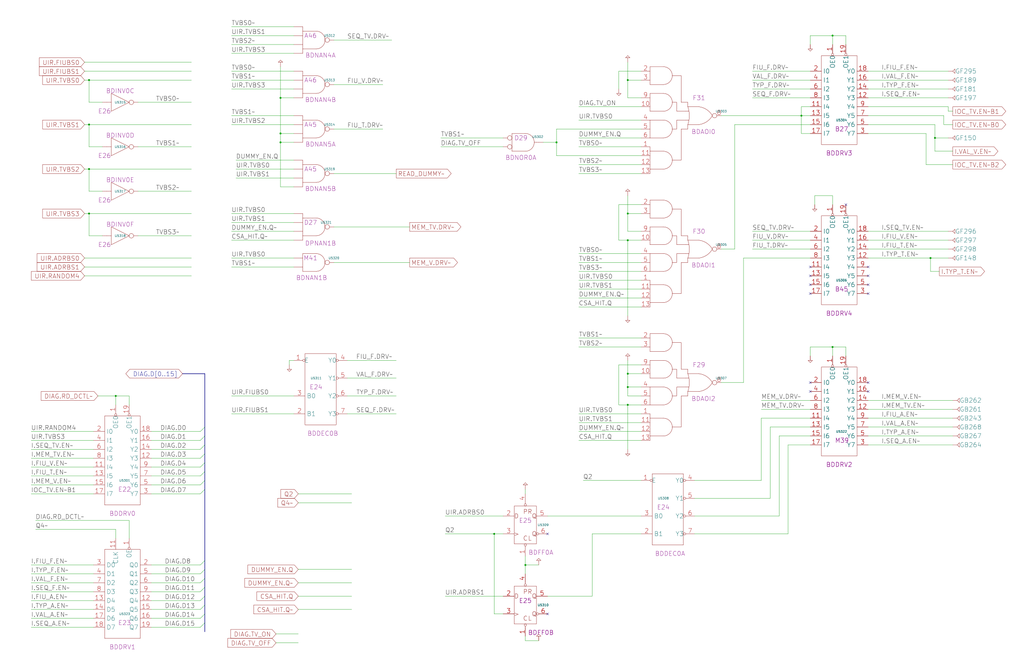
<source format=kicad_sch>
(kicad_sch (version 20211123) (generator eeschema)
  (paper "User" 584.2 378.46)
  (title_block (title "CONTROL STORE\\nBUS DRIVER DECODING") (date "22-SEP-90") (rev "2.0") (comment 1 "IOC") (comment 2 "232-003061") (comment 3 "S400") (comment 4 "RELEASED"))
  (lib_symbols
    (symbol "r1000:F02" (pin_numbers hide) (pin_names hide)
      (property "Reference" "U" (at 12.16 0.635 0))
      (property "Value" "F02" (at -1.27 -4.445 0))
      (property "Location" "___" (at 2.54 0 0))
      (property "Name" "______" (at 2.54 -12.7 0))
      (symbol "F02_1_1"
        (pin input line (at -7.62 0 0) (length 2.54) (name "D0") (number "1"))
        (pin input line (at -7.62 -5.08 0) (length 2.54) (name "D1") (number "2"))
        (pin output line (at 15.24 -2.54 180) (length 1.27) (name "Q") (number "3"))
      )
      (symbol "F02_1_2"
        (pin input line (at -7.62 0 0) (length 2.54) (name "D0") (number "1"))
        (pin input line (at -7.62 -5.08 0) (length 2.54) (name "D1") (number "2"))
        (pin output line (at 15.24 -2.54 180) (length 2.54) (name "Q") (number "3"))
      )
    )
    (symbol "r1000:F04" (pin_numbers hide) (pin_names hide)
      (property "Reference" "U" (at 0 0 0))
      (property "Value" "F04" (at 1.27 -5.08 0))
      (property "Location" "___" (at -12.7 -5.08 0))
      (property "Name" "______" (at 0 5.08 0))
      (symbol "F04_1_1"
        (pin input line (at -10.16 0 0) (length 2.54) (name "D0") (number "1"))
        (pin output line (at 10.16 0 180) (length 2.54) (name "Q") (number "2"))
      )
    )
    (symbol "r1000:F139" (pin_names (offset 1.016))
      (property "Reference" "U" (at 2.54 5.08 0))
      (property "Value" "F139" (at -1.27 -20.32 0))
      (property "Location" "___" (at -1.27 0 0))
      (property "Name" "______" (at 6.35 -27.94 0))
      (symbol "F139_1_1"
        (pin input line (at -10.16 15.24 0) (length 5.08) (name "E") (number "1"))
        (pin input line (at -10.16 -15.24 0) (length 6.35) (name "B1") (number "2"))
        (pin input line (at -10.16 -5.08 0) (length 6.35) (name "B0") (number "3"))
        (pin output line (at 20.32 15.24 180) (length 5.08) (name "Y0") (number "4"))
        (pin output line (at 20.32 5.08 180) (length 5.08) (name "Y1") (number "5"))
        (pin output line (at 20.32 -5.08 180) (length 5.08) (name "Y2") (number "6"))
        (pin output line (at 20.32 -15.24 180) (length 5.08) (name "Y3") (number "7"))
      )
    )
    (symbol "r1000:F20" (pin_numbers hide) (pin_names hide)
      (property "Reference" "U" (at 8.255 2.54 0))
      (property "Value" "F20" (at -0.635 -2.54 0))
      (property "Location" "___" (at -0.635 2.54 0))
      (property "Name" "______" (at 5.08 -10.795 0))
      (symbol "F20_1_1"
        (pin input line (at -10.16 7.62 0) (length 5.08) (name "D0") (number "1"))
        (pin input line (at -10.16 2.54 0) (length 5.08) (name "D1") (number "2"))
        (pin input line (at -10.16 -2.54 0) (length 5.08) (name "D2") (number "4"))
        (pin input line (at -10.16 -7.62 0) (length 5.08) (name "D3") (number "5"))
        (pin output line (at 12.7 0 180) (length 2.54) (name "Q") (number "6"))
      )
      (symbol "F20_1_2"
        (pin input line (at -10.16 7.62 0) (length 1.27) (name "D0") (number "1"))
        (pin input line (at -10.16 2.54 0) (length 1.905) (name "D1") (number "2"))
        (pin input line (at -10.16 -2.54 0) (length 1.905) (name "D2") (number "4"))
        (pin input line (at -10.16 -7.62 0) (length 1.27) (name "D3") (number "5"))
        (pin output line (at 12.7 0 180) (length 5.08) (name "Q") (number "6"))
      )
    )
    (symbol "r1000:F244" (pin_names (offset 1.016))
      (property "Reference" "U" (at 2.54 5.08 0))
      (property "Value" "F244" (at -3.81 -7.62 0))
      (property "Location" "___" (at -1.27 0 0))
      (property "Name" "______" (at 1.27 -15.24 0))
      (symbol "F244_1_1"
        (pin input line (at -2.54 48.26 270) (length 5.08) (name "OE0") (number "1"))
        (pin input line (at -15.24 12.7 0) (length 6.35) (name "I4") (number "11"))
        (pin tri_state line (at 17.78 17.78 180) (length 6.35) (name "Y3") (number "12"))
        (pin input line (at -15.24 7.62 0) (length 6.35) (name "I5") (number "13"))
        (pin tri_state line (at 17.78 22.86 180) (length 6.35) (name "Y2") (number "14"))
        (pin input line (at -15.24 2.54 0) (length 6.35) (name "I6") (number "15"))
        (pin tri_state line (at 17.78 27.94 180) (length 6.35) (name "Y1") (number "16"))
        (pin input line (at -15.24 -2.54 0) (length 6.35) (name "I7") (number "17"))
        (pin tri_state line (at 17.78 33.02 180) (length 6.35) (name "Y0") (number "18"))
        (pin input line (at 5.08 48.26 270) (length 5.08) (name "OE1") (number "19"))
        (pin input line (at -15.24 33.02 0) (length 6.35) (name "I0") (number "2"))
        (pin tri_state line (at 17.78 -2.54 180) (length 6.35) (name "Y7") (number "3"))
        (pin input line (at -15.24 27.94 0) (length 6.35) (name "I1") (number "4"))
        (pin tri_state line (at 17.78 2.54 180) (length 6.35) (name "Y6") (number "5"))
        (pin input line (at -15.24 22.86 0) (length 6.35) (name "I2") (number "6"))
        (pin tri_state line (at 17.78 7.62 180) (length 6.35) (name "Y5") (number "7"))
        (pin input line (at -15.24 17.78 0) (length 6.35) (name "I3") (number "8"))
        (pin tri_state line (at 17.78 12.7 180) (length 6.35) (name "Y4") (number "9"))
      )
    )
    (symbol "r1000:F37" (pin_numbers hide) (pin_names (offset 0) hide)
      (property "Reference" "U" (at 15.24 0 0))
      (property "Value" "F37" (at 1.905 -5.08 0))
      (property "Location" "___" (at 1.905 0 0))
      (property "Name" "______" (at 2.54 -12.7 0))
      (symbol "F37_1_1"
        (pin input line (at -7.62 0 0) (length 5.08) (name "D0") (number "1"))
        (pin input line (at -7.62 -5.08 0) (length 5.08) (name "D1") (number "2"))
        (pin output line (at 15.24 -2.54 180) (length 2.54) (name "Q") (number "3"))
      )
      (symbol "F37_1_2"
        (pin input line (at -7.62 0 0) (length 2.54) (name "D0") (number "1"))
        (pin input line (at -7.62 -5.08 0) (length 2.54) (name "D1") (number "2"))
        (pin output line (at 15.24 -2.54 180) (length 5.08) (name "Q") (number "3"))
      )
    )
    (symbol "r1000:F374" (pin_names (offset 1.016))
      (property "Reference" "U" (at 2.54 5.08 0))
      (property "Value" "F374" (at -3.81 -7.62 0))
      (property "Location" "___" (at -1.27 0 0))
      (property "Name" "______" (at 1.27 -15.24 0))
      (symbol "F374_1_1"
        (pin input line (at 5.08 48.26 270) (length 5.08) (name "OE") (number "1"))
        (pin input line (at -2.54 48.26 270) (length 6.35) (name "CLK") (number "11"))
        (pin tri_state line (at 17.78 12.7 180) (length 6.35) (name "Q4") (number "12"))
        (pin input line (at -15.24 12.7 0) (length 6.35) (name "D4") (number "13"))
        (pin input line (at -15.24 7.62 0) (length 6.35) (name "D5") (number "14"))
        (pin tri_state line (at 17.78 7.62 180) (length 6.35) (name "Q5") (number "15"))
        (pin tri_state line (at 17.78 2.54 180) (length 6.35) (name "Q6") (number "16"))
        (pin input line (at -15.24 2.54 0) (length 6.35) (name "D6") (number "17"))
        (pin input line (at -15.24 -2.54 0) (length 6.35) (name "D7") (number "18"))
        (pin tri_state line (at 17.78 -2.54 180) (length 6.35) (name "Q7") (number "19"))
        (pin tri_state line (at 17.78 33.02 180) (length 6.35) (name "Q0") (number "2"))
        (pin input line (at -15.24 33.02 0) (length 6.35) (name "D0") (number "3"))
        (pin input line (at -15.24 27.94 0) (length 6.35) (name "D1") (number "4"))
        (pin tri_state line (at 17.78 27.94 180) (length 6.35) (name "Q1") (number "5"))
        (pin tri_state line (at 17.78 22.86 180) (length 6.35) (name "Q2") (number "6"))
        (pin input line (at -15.24 22.86 0) (length 6.35) (name "D2") (number "7"))
        (pin input line (at -15.24 17.78 0) (length 6.35) (name "D3") (number "8"))
        (pin tri_state line (at 17.78 17.78 180) (length 6.35) (name "Q3") (number "9"))
      )
    )
    (symbol "r1000:F40" (pin_numbers hide) (pin_names hide)
      (property "Reference" "U" (at 12.7 2.54 0))
      (property "Value" "F40" (at 1.905 -2.54 0))
      (property "Location" "___" (at 1.905 2.54 0))
      (property "Name" "______" (at 7.62 -10.16 0))
      (symbol "F40_1_1"
        (pin input line (at -7.62 7.62 0) (length 5.08) (name "D0") (number "1"))
        (pin input line (at -7.62 2.54 0) (length 5.08) (name "D3") (number "2"))
        (pin input line (at -7.62 -2.54 0) (length 5.08) (name "D4") (number "4"))
        (pin input line (at -7.62 -7.62 0) (length 5.08) (name "D5") (number "5"))
        (pin output line (at 15.24 0 180) (length 2.54) (name "Q") (number "6"))
      )
    )
    (symbol "r1000:F64" (pin_names hide)
      (property "Reference" "U" (at 15.24 2.54 0))
      (property "Value" "F64" (at 2.54 0 0))
      (property "Location" "___" (at 2.54 10.16 0))
      (property "Name" "______" (at 5.08 -10.62 0))
      (symbol "F64_1_1"
        (pin input line (at -30.48 -17.78 0) (length 5.08) (name "D0") (number "1"))
        (pin input line (at -30.48 5.08 0) (length 5.08) (name "B1") (number "10"))
        (pin input line (at -30.48 -22.86 0) (length 5.08) (name "D1") (number "11"))
        (pin input line (at -30.48 -27.94 0) (length 5.08) (name "D2") (number "12"))
        (pin input line (at -30.48 -33.02 0) (length 5.08) (name "D3") (number "13"))
        (pin input line (at -30.48 25.4 0) (length 5.08) (name "A0") (number "2"))
        (pin input line (at -30.48 20.32 0) (length 5.08) (name "A1") (number "3"))
        (pin input line (at -30.48 -2.54 0) (length 5.08) (name "C0") (number "4"))
        (pin input line (at -30.48 -7.62 0) (length 5.08) (name "C1") (number "5"))
        (pin input line (at -30.48 -12.7 0) (length 5.08) (name "C2") (number "6"))
        (pin output line (at 15.24 0 180) (length 2.54) (name "Q") (number "8"))
        (pin input line (at -30.48 10.16 0) (length 5.08) (name "B0") (number "9"))
      )
    )
    (symbol "r1000:F74" (pin_names (offset 1.016) hide)
      (property "Reference" "U" (at 12.7 -2.54 0))
      (property "Value" "F74" (at -1.27 -5.08 0))
      (property "Location" "___" (at -1.27 0 0))
      (property "Name" "______" (at 11.43 -19.685 0))
      (symbol "F74_1_1"
        (text ">" (at -2.54 -7.62 0) (effects (font (size 2.54 2.54))))
        (text "C" (at 2.54 -10.16 0) (effects (font (size 2.54 2.54))))
        (text "D" (at -2.54 2.54 0) (effects (font (size 2.54 2.54))))
        (text "L" (at 5.08 -10.16 0) (effects (font (size 2.54 2.54))))
        (text "P" (at 2.54 5.08 0) (effects (font (size 2.54 2.54))))
        (text "Q" (at 7.62 -7.62 0) (effects (font (size 2.54 2.54))))
        (text "Q" (at 7.62 2.54 0) (effects (font (size 2.54 2.54))))
        (text "R" (at 5.08 5.08 0) (effects (font (size 2.54 2.54))))
        (pin input line (at 2.54 -20.32 90) (length 5.08) (name "CL_") (number "1"))
        (pin input line (at -10.16 2.54 0) (length 6.35) (name "D") (number "2"))
        (pin input line (at -10.16 -7.62 0) (length 6.35) (name "CLK") (number "3"))
        (pin input line (at 2.54 15.24 270) (length 5.08) (name "PR_") (number "4"))
        (pin output line (at 15.24 2.54 180) (length 6.35) (name "Q") (number "5"))
        (pin output line (at 15.24 -7.62 180) (length 5.08) (name "Q_") (number "6"))
      )
    )
    (symbol "r1000:GB" (pin_numbers hide) (pin_names (offset 0) hide)
      (property "Reference" "GB" (at 3.81 0 0))
      (symbol "GB_1_1"
        (pin bidirectional line (at 0 0 0) (length 2.54) (name "") (number "1"))
      )
    )
    (symbol "r1000:GF" (pin_numbers hide) (pin_names (offset 0) hide)
      (property "Reference" "GF" (at 3.81 0 0))
      (symbol "GF_1_1"
        (pin bidirectional line (at 0 0 0) (length 2.54) (name "") (number "1"))
      )
    )
    (symbol "r1000:PD" (power) (pin_numbers hide) (pin_names hide) (in_bom no)
      (symbol "PD_1_1"
        (pin power_in line (at 0 0 270) (length 2.54) (name "PD") (number "1"))
      )
    )
    (symbol "r1000:PU" (power) (pin_numbers hide) (pin_names hide)
      (symbol "PU_1_1"
        (pin power_in line (at 0 0 90) (length 2.54) (name "PU") (number "1"))
      )
    )
  )
  (bus (pts (xy 104.14 213.36) (xy 116.84 213.36)))
  (bus (pts (xy 116.84 213.36) (xy 116.84 243.84)))
  (bus (pts (xy 116.84 243.84) (xy 116.84 248.92)))
  (bus (pts (xy 116.84 248.92) (xy 116.84 254)))
  (bus (pts (xy 116.84 254) (xy 116.84 259.08)))
  (bus (pts (xy 116.84 259.08) (xy 116.84 264.16)))
  (bus (pts (xy 116.84 264.16) (xy 116.84 269.24)))
  (bus (pts (xy 116.84 269.24) (xy 116.84 274.32)))
  (bus (pts (xy 116.84 274.32) (xy 116.84 279.4)))
  (bus (pts (xy 116.84 279.4) (xy 116.84 320.04)))
  (bus (pts (xy 116.84 320.04) (xy 116.84 325.12)))
  (bus (pts (xy 116.84 325.12) (xy 116.84 330.2)))
  (bus (pts (xy 116.84 330.2) (xy 116.84 335.28)))
  (bus (pts (xy 116.84 335.28) (xy 116.84 340.36)))
  (bus (pts (xy 116.84 340.36) (xy 116.84 345.44)))
  (bus (pts (xy 116.84 345.44) (xy 116.84 350.52)))
  (bus (pts (xy 116.84 350.52) (xy 116.84 355.6)))
  (bus (pts (xy 116.84 355.6) (xy 116.84 360.68)))
  (wire (pts (xy 132.08 121.92) (xy 167.64 121.92)))
  (wire (pts (xy 132.08 127) (xy 167.64 127)))
  (wire (pts (xy 132.08 132.08) (xy 167.64 132.08)))
  (wire (pts (xy 132.08 137.16) (xy 167.64 137.16)))
  (wire (pts (xy 132.08 147.32) (xy 167.64 147.32)))
  (wire (pts (xy 132.08 15.24) (xy 167.64 15.24)))
  (wire (pts (xy 132.08 152.4) (xy 167.64 152.4)))
  (wire (pts (xy 132.08 20.32) (xy 167.64 20.32)))
  (wire (pts (xy 132.08 226.06) (xy 167.64 226.06)))
  (wire (pts (xy 132.08 236.22) (xy 167.64 236.22)))
  (wire (pts (xy 132.08 25.4) (xy 167.64 25.4)))
  (wire (pts (xy 132.08 30.48) (xy 167.64 30.48)))
  (wire (pts (xy 132.08 40.64) (xy 167.64 40.64)))
  (wire (pts (xy 132.08 45.72) (xy 167.64 45.72)))
  (wire (pts (xy 132.08 50.8) (xy 167.64 50.8)))
  (wire (pts (xy 132.08 66.04) (xy 167.64 66.04)))
  (wire (pts (xy 132.08 71.12) (xy 167.64 71.12)))
  (wire (pts (xy 134.62 101.6) (xy 167.64 101.6)))
  (wire (pts (xy 134.62 91.44) (xy 167.64 91.44)))
  (wire (pts (xy 134.62 96.52) (xy 167.64 96.52)))
  (wire (pts (xy 157.48 361.95) (xy 170.18 361.95)))
  (wire (pts (xy 157.48 367.03) (xy 170.18 367.03)))
  (wire (pts (xy 160.02 106.68) (xy 160.02 81.28)))
  (wire (pts (xy 160.02 55.88) (xy 160.02 38.1)))
  (wire (pts (xy 160.02 76.2) (xy 160.02 55.88)))
  (wire (pts (xy 160.02 81.28) (xy 160.02 76.2)))
  (wire (pts (xy 165.1 205.74) (xy 167.64 205.74)))
  (wire (pts (xy 165.1 208.28) (xy 165.1 205.74)))
  (wire (pts (xy 167.64 106.68) (xy 160.02 106.68)))
  (wire (pts (xy 167.64 55.88) (xy 160.02 55.88)))
  (wire (pts (xy 167.64 76.2) (xy 160.02 76.2)))
  (wire (pts (xy 167.64 81.28) (xy 160.02 81.28)))
  (wire (pts (xy 17.78 246.38) (xy 53.34 246.38)))
  (wire (pts (xy 17.78 251.46) (xy 53.34 251.46)))
  (wire (pts (xy 17.78 256.54) (xy 53.34 256.54)))
  (wire (pts (xy 17.78 261.62) (xy 53.34 261.62)))
  (wire (pts (xy 17.78 266.7) (xy 53.34 266.7)))
  (wire (pts (xy 17.78 271.78) (xy 53.34 271.78)))
  (wire (pts (xy 17.78 276.86) (xy 53.34 276.86)))
  (wire (pts (xy 17.78 281.94) (xy 53.34 281.94)))
  (wire (pts (xy 17.78 322.58) (xy 53.34 322.58)))
  (wire (pts (xy 17.78 327.66) (xy 53.34 327.66)))
  (wire (pts (xy 17.78 332.74) (xy 53.34 332.74)))
  (wire (pts (xy 17.78 337.82) (xy 53.34 337.82)))
  (wire (pts (xy 17.78 342.9) (xy 53.34 342.9)))
  (wire (pts (xy 17.78 347.98) (xy 53.34 347.98)))
  (wire (pts (xy 17.78 353.06) (xy 53.34 353.06)))
  (wire (pts (xy 17.78 358.14) (xy 53.34 358.14)))
  (wire (pts (xy 170.18 281.94) (xy 200.66 281.94)))
  (wire (pts (xy 170.18 287.02) (xy 200.66 287.02)))
  (wire (pts (xy 170.18 325.12) (xy 200.66 325.12)))
  (wire (pts (xy 170.18 332.74) (xy 200.66 332.74)))
  (wire (pts (xy 170.18 340.36) (xy 200.66 340.36)))
  (wire (pts (xy 170.18 347.98) (xy 200.66 347.98)))
  (wire (pts (xy 190.5 129.54) (xy 233.68 129.54)))
  (wire (pts (xy 190.5 149.86) (xy 233.68 149.86)))
  (wire (pts (xy 190.5 22.86) (xy 223.52 22.86)))
  (wire (pts (xy 190.5 48.26) (xy 218.44 48.26)))
  (wire (pts (xy 190.5 73.66) (xy 218.44 73.66)))
  (wire (pts (xy 190.5 99.06) (xy 226.06 99.06)))
  (wire (pts (xy 198.12 205.74) (xy 226.06 205.74)))
  (wire (pts (xy 198.12 215.9) (xy 226.06 215.9)))
  (wire (pts (xy 198.12 226.06) (xy 226.06 226.06)))
  (wire (pts (xy 198.12 236.22) (xy 226.06 236.22)))
  (wire (pts (xy 20.32 302.26) (xy 66.04 302.26)))
  (wire (pts (xy 251.46 78.74) (xy 287.02 78.74)))
  (wire (pts (xy 251.46 83.82) (xy 287.02 83.82)))
  (wire (pts (xy 254 294.64) (xy 287.02 294.64)))
  (wire (pts (xy 254 304.8) (xy 281.94 304.8)))
  (wire (pts (xy 254 340.36) (xy 287.02 340.36)))
  (wire (pts (xy 281.94 304.8) (xy 281.94 350.52)))
  (wire (pts (xy 281.94 304.8) (xy 287.02 304.8)))
  (wire (pts (xy 287.02 350.52) (xy 281.94 350.52)))
  (wire (pts (xy 299.72 279.4) (xy 299.72 281.94)))
  (wire (pts (xy 299.72 317.5) (xy 299.72 322.58)))
  (wire (pts (xy 299.72 322.58) (xy 299.72 327.66)))
  (wire (pts (xy 299.72 322.58) (xy 307.34 322.58)))
  (wire (pts (xy 299.72 363.22) (xy 299.72 365.76)))
  (wire (pts (xy 299.72 365.76) (xy 307.34 365.76)))
  (wire (pts (xy 312.42 294.64) (xy 365.76 294.64)))
  (wire (pts (xy 317.5 73.66) (xy 317.5 81.28)))
  (wire (pts (xy 317.5 81.28) (xy 309.88 81.28)))
  (wire (pts (xy 317.5 88.9) (xy 317.5 81.28)))
  (wire (pts (xy 330.2 144.78) (xy 365.76 144.78)))
  (wire (pts (xy 330.2 149.86) (xy 365.76 149.86)))
  (wire (pts (xy 330.2 154.94) (xy 365.76 154.94)))
  (wire (pts (xy 330.2 160.02) (xy 365.76 160.02)))
  (wire (pts (xy 330.2 165.1) (xy 365.76 165.1)))
  (wire (pts (xy 330.2 170.18) (xy 365.76 170.18)))
  (wire (pts (xy 330.2 175.26) (xy 365.76 175.26)))
  (wire (pts (xy 330.2 193.04) (xy 365.76 193.04)))
  (wire (pts (xy 330.2 198.12) (xy 365.76 198.12)))
  (wire (pts (xy 330.2 236.22) (xy 365.76 236.22)))
  (wire (pts (xy 330.2 241.3) (xy 365.76 241.3)))
  (wire (pts (xy 330.2 246.38) (xy 365.76 246.38)))
  (wire (pts (xy 330.2 251.46) (xy 365.76 251.46)))
  (wire (pts (xy 330.2 60.96) (xy 365.76 60.96)))
  (wire (pts (xy 330.2 68.58) (xy 365.76 68.58)))
  (wire (pts (xy 330.2 78.74) (xy 365.76 78.74)))
  (wire (pts (xy 330.2 83.82) (xy 365.76 83.82)))
  (wire (pts (xy 330.2 93.98) (xy 365.76 93.98)))
  (wire (pts (xy 330.2 99.06) (xy 365.76 99.06)))
  (wire (pts (xy 332.74 274.32) (xy 365.76 274.32)))
  (wire (pts (xy 337.82 304.8) (xy 337.82 340.36)))
  (wire (pts (xy 337.82 340.36) (xy 312.42 340.36)))
  (wire (pts (xy 353.06 116.84) (xy 353.06 137.16)))
  (wire (pts (xy 353.06 137.16) (xy 358.14 137.16)))
  (wire (pts (xy 353.06 208.28) (xy 353.06 231.14)))
  (wire (pts (xy 353.06 231.14) (xy 358.14 231.14)))
  (wire (pts (xy 353.06 40.64) (xy 353.06 50.8)))
  (wire (pts (xy 358.14 121.92) (xy 358.14 111.76)))
  (wire (pts (xy 358.14 121.92) (xy 365.76 121.92)))
  (wire (pts (xy 358.14 132.08) (xy 358.14 121.92)))
  (wire (pts (xy 358.14 137.16) (xy 358.14 180.34)))
  (wire (pts (xy 358.14 213.36) (xy 358.14 205.74)))
  (wire (pts (xy 358.14 213.36) (xy 365.76 213.36)))
  (wire (pts (xy 358.14 220.98) (xy 358.14 213.36)))
  (wire (pts (xy 358.14 220.98) (xy 365.76 220.98)))
  (wire (pts (xy 358.14 226.06) (xy 358.14 220.98)))
  (wire (pts (xy 358.14 231.14) (xy 358.14 256.54)))
  (wire (pts (xy 358.14 231.14) (xy 365.76 231.14)))
  (wire (pts (xy 358.14 45.72) (xy 358.14 35.56)))
  (wire (pts (xy 358.14 45.72) (xy 365.76 45.72)))
  (wire (pts (xy 358.14 55.88) (xy 358.14 45.72)))
  (wire (pts (xy 365.76 116.84) (xy 353.06 116.84)))
  (wire (pts (xy 365.76 132.08) (xy 358.14 132.08)))
  (wire (pts (xy 365.76 137.16) (xy 358.14 137.16)))
  (wire (pts (xy 365.76 208.28) (xy 353.06 208.28)))
  (wire (pts (xy 365.76 226.06) (xy 358.14 226.06)))
  (wire (pts (xy 365.76 304.8) (xy 337.82 304.8)))
  (wire (pts (xy 365.76 40.64) (xy 353.06 40.64)))
  (wire (pts (xy 365.76 55.88) (xy 358.14 55.88)))
  (wire (pts (xy 365.76 73.66) (xy 317.5 73.66)))
  (wire (pts (xy 365.76 88.9) (xy 317.5 88.9)))
  (wire (pts (xy 411.48 66.04) (xy 457.2 66.04)))
  (wire (pts (xy 419.1 142.24) (xy 411.48 142.24)))
  (wire (pts (xy 419.1 71.12) (xy 419.1 142.24)))
  (wire (pts (xy 424.18 147.32) (xy 424.18 218.44)))
  (wire (pts (xy 424.18 218.44) (xy 411.48 218.44)))
  (wire (pts (xy 429.26 132.08) (xy 462.28 132.08)))
  (wire (pts (xy 429.26 137.16) (xy 462.28 137.16)))
  (wire (pts (xy 429.26 142.24) (xy 462.28 142.24)))
  (wire (pts (xy 429.26 40.64) (xy 462.28 40.64)))
  (wire (pts (xy 429.26 45.72) (xy 462.28 45.72)))
  (wire (pts (xy 429.26 50.8) (xy 462.28 50.8)))
  (wire (pts (xy 429.26 55.88) (xy 462.28 55.88)))
  (wire (pts (xy 434.34 228.6) (xy 462.28 228.6)))
  (wire (pts (xy 434.34 233.68) (xy 462.28 233.68)))
  (wire (pts (xy 434.34 238.76) (xy 434.34 274.32)))
  (wire (pts (xy 434.34 274.32) (xy 396.24 274.32)))
  (wire (pts (xy 439.42 243.84) (xy 439.42 284.48)))
  (wire (pts (xy 439.42 284.48) (xy 396.24 284.48)))
  (wire (pts (xy 444.5 248.92) (xy 444.5 294.64)))
  (wire (pts (xy 444.5 294.64) (xy 396.24 294.64)))
  (wire (pts (xy 449.58 254) (xy 449.58 304.8)))
  (wire (pts (xy 449.58 304.8) (xy 396.24 304.8)))
  (wire (pts (xy 457.2 60.96) (xy 457.2 66.04)))
  (wire (pts (xy 457.2 66.04) (xy 462.28 66.04)))
  (wire (pts (xy 457.2 76.2) (xy 457.2 66.04)))
  (wire (pts (xy 462.28 147.32) (xy 424.18 147.32)))
  (wire (pts (xy 462.28 198.12) (xy 462.28 203.2)))
  (wire (pts (xy 462.28 20.32) (xy 462.28 25.4)))
  (wire (pts (xy 462.28 238.76) (xy 434.34 238.76)))
  (wire (pts (xy 462.28 243.84) (xy 439.42 243.84)))
  (wire (pts (xy 462.28 248.92) (xy 444.5 248.92)))
  (wire (pts (xy 462.28 254) (xy 449.58 254)))
  (wire (pts (xy 462.28 60.96) (xy 457.2 60.96)))
  (wire (pts (xy 462.28 71.12) (xy 419.1 71.12)))
  (wire (pts (xy 462.28 76.2) (xy 457.2 76.2)))
  (wire (pts (xy 464.82 111.76) (xy 464.82 116.84)))
  (wire (pts (xy 474.98 111.76) (xy 464.82 111.76)))
  (wire (pts (xy 474.98 116.84) (xy 474.98 111.76)))
  (wire (pts (xy 474.98 198.12) (xy 462.28 198.12)))
  (wire (pts (xy 474.98 198.12) (xy 474.98 203.2)))
  (wire (pts (xy 474.98 20.32) (xy 462.28 20.32)))
  (wire (pts (xy 474.98 20.32) (xy 474.98 25.4)))
  (wire (pts (xy 48.26 121.92) (xy 50.8 121.92)))
  (wire (pts (xy 48.26 147.32) (xy 109.22 147.32)))
  (wire (pts (xy 48.26 152.4) (xy 109.22 152.4)))
  (wire (pts (xy 48.26 157.48) (xy 109.22 157.48)))
  (wire (pts (xy 48.26 35.56) (xy 109.22 35.56)))
  (wire (pts (xy 48.26 40.64) (xy 109.22 40.64)))
  (wire (pts (xy 48.26 45.72) (xy 50.8 45.72)))
  (wire (pts (xy 48.26 71.12) (xy 50.8 71.12)))
  (wire (pts (xy 482.6 198.12) (xy 474.98 198.12)))
  (wire (pts (xy 482.6 20.32) (xy 474.98 20.32)))
  (wire (pts (xy 482.6 203.2) (xy 482.6 198.12)))
  (wire (pts (xy 482.6 25.4) (xy 482.6 20.32)))
  (wire (pts (xy 495.3 132.08) (xy 541.02 132.08)))
  (wire (pts (xy 495.3 137.16) (xy 541.02 137.16)))
  (wire (pts (xy 495.3 142.24) (xy 541.02 142.24)))
  (wire (pts (xy 495.3 147.32) (xy 530.86 147.32)))
  (wire (pts (xy 495.3 228.6) (xy 543.56 228.6)))
  (wire (pts (xy 495.3 233.68) (xy 543.56 233.68)))
  (wire (pts (xy 495.3 238.76) (xy 543.56 238.76)))
  (wire (pts (xy 495.3 243.84) (xy 543.56 243.84)))
  (wire (pts (xy 495.3 248.92) (xy 543.56 248.92)))
  (wire (pts (xy 495.3 254) (xy 543.56 254)))
  (wire (pts (xy 495.3 40.64) (xy 541.02 40.64)))
  (wire (pts (xy 495.3 45.72) (xy 541.02 45.72)))
  (wire (pts (xy 495.3 50.8) (xy 541.02 50.8)))
  (wire (pts (xy 495.3 55.88) (xy 541.02 55.88)))
  (wire (pts (xy 495.3 60.96) (xy 541.02 60.96)))
  (wire (pts (xy 495.3 66.04) (xy 538.48 66.04)))
  (wire (pts (xy 495.3 71.12) (xy 533.4 71.12)))
  (wire (pts (xy 495.3 76.2) (xy 528.32 76.2)))
  (wire (pts (xy 50.8 109.22) (xy 50.8 96.52)))
  (wire (pts (xy 50.8 121.92) (xy 109.22 121.92)))
  (wire (pts (xy 50.8 134.62) (xy 50.8 121.92)))
  (wire (pts (xy 50.8 45.72) (xy 109.22 45.72)))
  (wire (pts (xy 50.8 58.42) (xy 50.8 45.72)))
  (wire (pts (xy 50.8 71.12) (xy 109.22 71.12)))
  (wire (pts (xy 50.8 83.82) (xy 50.8 71.12)))
  (wire (pts (xy 50.8 96.52) (xy 109.22 96.52)))
  (wire (pts (xy 50.8 96.52) (xy 48.26 96.52)))
  (wire (pts (xy 528.32 76.2) (xy 528.32 93.98)))
  (wire (pts (xy 528.32 93.98) (xy 543.56 93.98)))
  (wire (pts (xy 530.86 147.32) (xy 541.02 147.32)))
  (wire (pts (xy 530.86 154.94) (xy 530.86 147.32)))
  (wire (pts (xy 533.4 71.12) (xy 533.4 78.74)))
  (wire (pts (xy 533.4 78.74) (xy 541.02 78.74)))
  (wire (pts (xy 533.4 86.36) (xy 533.4 78.74)))
  (wire (pts (xy 535.94 154.94) (xy 530.86 154.94)))
  (wire (pts (xy 538.48 66.04) (xy 538.48 71.12)))
  (wire (pts (xy 538.48 71.12) (xy 543.56 71.12)))
  (wire (pts (xy 541.02 60.96) (xy 541.02 63.5)))
  (wire (pts (xy 541.02 63.5) (xy 543.56 63.5)))
  (wire (pts (xy 543.56 86.36) (xy 533.4 86.36)))
  (wire (pts (xy 58.42 109.22) (xy 50.8 109.22)))
  (wire (pts (xy 58.42 134.62) (xy 50.8 134.62)))
  (wire (pts (xy 58.42 58.42) (xy 50.8 58.42)))
  (wire (pts (xy 58.42 83.82) (xy 50.8 83.82)))
  (wire (pts (xy 66.04 226.06) (xy 55.88 226.06)))
  (wire (pts (xy 66.04 231.14) (xy 66.04 226.06)))
  (wire (pts (xy 66.04 307.34) (xy 66.04 302.26)))
  (wire (pts (xy 73.66 226.06) (xy 66.04 226.06)))
  (wire (pts (xy 73.66 231.14) (xy 73.66 226.06)))
  (wire (pts (xy 73.66 297.18) (xy 20.32 297.18)))
  (wire (pts (xy 73.66 307.34) (xy 73.66 297.18)))
  (wire (pts (xy 78.74 109.22) (xy 109.22 109.22)))
  (wire (pts (xy 78.74 134.62) (xy 109.22 134.62)))
  (wire (pts (xy 78.74 58.42) (xy 109.22 58.42)))
  (wire (pts (xy 78.74 83.82) (xy 109.22 83.82)))
  (wire (pts (xy 86.36 246.38) (xy 114.3 246.38)))
  (wire (pts (xy 86.36 251.46) (xy 114.3 251.46)))
  (wire (pts (xy 86.36 256.54) (xy 114.3 256.54)))
  (wire (pts (xy 86.36 261.62) (xy 114.3 261.62)))
  (wire (pts (xy 86.36 266.7) (xy 114.3 266.7)))
  (wire (pts (xy 86.36 271.78) (xy 114.3 271.78)))
  (wire (pts (xy 86.36 276.86) (xy 114.3 276.86)))
  (wire (pts (xy 86.36 281.94) (xy 114.3 281.94)))
  (wire (pts (xy 86.36 322.58) (xy 114.3 322.58)))
  (wire (pts (xy 86.36 327.66) (xy 114.3 327.66)))
  (wire (pts (xy 86.36 332.74) (xy 114.3 332.74)))
  (wire (pts (xy 86.36 337.82) (xy 114.3 337.82)))
  (wire (pts (xy 86.36 342.9) (xy 114.3 342.9)))
  (wire (pts (xy 86.36 347.98) (xy 114.3 347.98)))
  (wire (pts (xy 86.36 353.06) (xy 114.3 353.06)))
  (wire (pts (xy 86.36 358.14) (xy 114.3 358.14)))
  (label "UIR.RANDOM4" (at 17.78 246.38 0) (effects (font (size 2.54 2.54))))
  (label "UIR.TVBS3" (at 17.78 251.46 0) (effects (font (size 2.54 2.54))))
  (label "I.SEQ_TV.EN~" (at 17.78 256.54 0) (effects (font (size 2.54 2.54))))
  (label "I.MEM_TV.EN~" (at 17.78 261.62 0) (effects (font (size 2.54 2.54))))
  (label "I.FIU_V.EN~" (at 17.78 266.7 0) (effects (font (size 2.54 2.54))))
  (label "I.FIU_T.EN~" (at 17.78 271.78 0) (effects (font (size 2.54 2.54))))
  (label "I.MEM_V.EN~" (at 17.78 276.86 0) (effects (font (size 2.54 2.54))))
  (label "IOC_TV.EN~B1" (at 17.78 281.94 0) (effects (font (size 2.54 2.54))))
  (label "I.FIU_F.EN~" (at 17.78 322.58 0) (effects (font (size 2.54 2.54))))
  (label "I.TYP_F.EN~" (at 17.78 327.66 0) (effects (font (size 2.54 2.54))))
  (label "I.VAL_F.EN~" (at 17.78 332.74 0) (effects (font (size 2.54 2.54))))
  (label "I.SEQ_F.EN~" (at 17.78 337.82 0) (effects (font (size 2.54 2.54))))
  (label "I.FIU_A.EN~" (at 17.78 342.9 0) (effects (font (size 2.54 2.54))))
  (label "I.TYP_A.EN~" (at 17.78 347.98 0) (effects (font (size 2.54 2.54))))
  (label "I.VAL_A.EN~" (at 17.78 353.06 0) (effects (font (size 2.54 2.54))))
  (label "I.SEQ_A.EN~" (at 17.78 358.14 0) (effects (font (size 2.54 2.54))))
  (label "DIAG.RD_DCTL~" (at 20.32 297.18 0) (effects (font (size 2.54 2.54))))
  (label "Q4~" (at 20.32 302.26 0) (effects (font (size 2.54 2.54))))
  (global_label "UIR.FIUBS0" (shape input) (at 48.26 35.56 180) (effects (font (size 2.54 2.54))) (property "Intersheet References" "${INTERSHEET_REFS}" (at 22.3883 35.4013 0) (effects (font (size 2.54 2.54)) (justify right))))
  (global_label "UIR.FIUBS1" (shape input) (at 48.26 40.64 180) (effects (font (size 2.54 2.54))) (property "Intersheet References" "${INTERSHEET_REFS}" (at 22.3883 40.4813 0) (effects (font (size 2.54 2.54)) (justify right))))
  (global_label "UIR.TVBS0" (shape input) (at 48.26 45.72 180) (effects (font (size 2.54 2.54))) (property "Intersheet References" "${INTERSHEET_REFS}" (at 24.3235 45.5613 0) (effects (font (size 2.54 2.54)) (justify right))))
  (global_label "UIR.TVBS1" (shape input) (at 48.26 71.12 180) (effects (font (size 2.54 2.54))) (property "Intersheet References" "${INTERSHEET_REFS}" (at 24.3235 70.9613 0) (effects (font (size 2.54 2.54)) (justify right))))
  (global_label "UIR.TVBS2" (shape input) (at 48.26 96.52 180) (effects (font (size 2.54 2.54))) (property "Intersheet References" "${INTERSHEET_REFS}" (at 24.3235 96.3613 0) (effects (font (size 2.54 2.54)) (justify right))))
  (global_label "UIR.TVBS3" (shape input) (at 48.26 121.92 180) (effects (font (size 2.54 2.54))) (property "Intersheet References" "${INTERSHEET_REFS}" (at 24.3235 121.7613 0) (effects (font (size 2.54 2.54)) (justify right))))
  (global_label "UIR.ADRBS0" (shape input) (at 48.26 147.32 180) (effects (font (size 2.54 2.54))) (property "Intersheet References" "${INTERSHEET_REFS}" (at 21.1788 147.1613 0) (effects (font (size 2.54 2.54)) (justify right))))
  (global_label "UIR.ADRBS1" (shape input) (at 48.26 152.4 180) (effects (font (size 2.54 2.54))) (property "Intersheet References" "${INTERSHEET_REFS}" (at 21.1788 152.2413 0) (effects (font (size 2.54 2.54)) (justify right))))
  (global_label "UIR.RANDOM4" (shape input) (at 48.26 157.48 180) (effects (font (size 2.54 2.54))) (property "Intersheet References" "${INTERSHEET_REFS}" (at 17.913 157.3213 0) (effects (font (size 2.54 2.54)) (justify right))))
  (junction (at 50.8 45.72))
  (junction (at 50.8 71.12))
  (junction (at 50.8 96.52))
  (junction (at 50.8 121.92))
  (global_label "DIAG.RD_DCTL~" (shape input) (at 55.88 226.06 180) (effects (font (size 2.54 2.54))) (property "Intersheet References" "${INTERSHEET_REFS}" (at 23.4769 225.9013 0) (effects (font (size 2.54 2.54)) (justify right))))
  (junction (at 66.04 226.06))
  (symbol (lib_id "r1000:F04") (at 68.58 58.42 0) (unit 1)
    (property "Reference" "U5315" (at 68.58 58.42 0))
    (property "Location" "E26" (at 55.88 63.5 0) (effects (font (size 2.54 2.54)) (justify left)))
    (property "Name" "BDINV0C" (at 68.58 53.34 0) (effects (font (size 2.54 2.54)) (justify bottom)))
  )
  (symbol (lib_id "r1000:F04") (at 68.58 83.82 0) (unit 1)
    (property "Reference" "U5316" (at 68.58 83.82 0))
    (property "Location" "E26" (at 55.88 88.9 0) (effects (font (size 2.54 2.54)) (justify left)))
    (property "Name" "BDINV0D" (at 68.58 78.74 0) (effects (font (size 2.54 2.54)) (justify bottom)))
  )
  (symbol (lib_id "r1000:F04") (at 68.58 109.22 0) (unit 1)
    (property "Reference" "U5317" (at 68.58 109.22 0))
    (property "Location" "E26" (at 55.88 114.3 0) (effects (font (size 2.54 2.54)) (justify left)))
    (property "Name" "BDINV0E" (at 68.58 104.14 0) (effects (font (size 2.54 2.54)) (justify bottom)))
  )
  (symbol (lib_id "r1000:F04") (at 68.58 134.62 0) (unit 1)
    (property "Reference" "U5318" (at 68.58 134.62 0))
    (property "Location" "E26" (at 55.88 139.7 0) (effects (font (size 2.54 2.54)) (justify left)))
    (property "Name" "BDINV0F" (at 68.58 129.54 0) (effects (font (size 2.54 2.54)) (justify bottom)))
  )
  (symbol (lib_id "r1000:F244") (at 68.58 279.4 0) (unit 1)
    (property "Reference" "U5301" (at 71.12 274.32 0))
    (property "Location" "E22" (at 67.31 279.4 0) (effects (font (size 2.54 2.54)) (justify left)))
    (property "Name" "BDDRV0" (at 69.85 294.64 0) (effects (font (size 2.54 2.54)) (justify bottom)))
  )
  (symbol (lib_id "r1000:F374") (at 68.58 355.6 0) (unit 1)
    (property "Reference" "U5323" (at 71.12 350.52 0))
    (property "Location" "E23" (at 67.31 355.6 0) (effects (font (size 2.54 2.54)) (justify left)))
    (property "Name" "BDDRV1" (at 69.85 370.84 0) (effects (font (size 2.54 2.54)) (justify bottom)))
  )
  (label "TVBS0~" (at 88.9 58.42 0) (effects (font (size 2.54 2.54))))
  (label "TVBS1~" (at 88.9 83.82 0) (effects (font (size 2.54 2.54))))
  (label "TVBS2~" (at 88.9 109.22 0) (effects (font (size 2.54 2.54))))
  (label "TVBS3~" (at 88.9 134.62 0) (effects (font (size 2.54 2.54))))
  (label "DIAG.D0" (at 91.44 246.38 0) (effects (font (size 2.54 2.54))))
  (label "DIAG.D1" (at 91.44 251.46 0) (effects (font (size 2.54 2.54))))
  (label "DIAG.D2" (at 91.44 256.54 0) (effects (font (size 2.54 2.54))))
  (label "DIAG.D3" (at 91.44 261.62 0) (effects (font (size 2.54 2.54))))
  (label "DIAG.D4" (at 91.44 266.7 0) (effects (font (size 2.54 2.54))))
  (label "DIAG.D5" (at 91.44 271.78 0) (effects (font (size 2.54 2.54))))
  (label "DIAG.D6" (at 91.44 276.86 0) (effects (font (size 2.54 2.54))))
  (label "DIAG.D7" (at 91.44 281.94 0) (effects (font (size 2.54 2.54))))
  (label "DIAG.D8" (at 93.98 322.58 0) (effects (font (size 2.54 2.54))))
  (label "DIAG.D9" (at 93.98 327.66 0) (effects (font (size 2.54 2.54))))
  (label "DIAG.D10" (at 93.98 332.74 0) (effects (font (size 2.54 2.54))))
  (label "DIAG.D11" (at 93.98 337.82 0) (effects (font (size 2.54 2.54))))
  (label "DIAG.D12" (at 93.98 342.9 0) (effects (font (size 2.54 2.54))))
  (label "DIAG.D13" (at 93.98 347.98 0) (effects (font (size 2.54 2.54))))
  (label "DIAG.D14" (at 93.98 353.06 0) (effects (font (size 2.54 2.54))))
  (label "DIAG.D15" (at 93.98 358.14 0) (effects (font (size 2.54 2.54))))
  (global_label "DIAG.D[0..15]" (shape bidirectional) (at 104.14 213.36 180) (effects (font (size 2.54 2.54))) (property "Intersheet References" "${INTERSHEET_REFS}" (at 74.035 213.2013 0) (effects (font (size 2.54 2.54)) (justify right))))
  (bus_entry (at 116.84 243.84) (size -2.54 2.54))
  (bus_entry (at 116.84 248.92) (size -2.54 2.54))
  (bus_entry (at 116.84 254) (size -2.54 2.54))
  (bus_entry (at 116.84 259.08) (size -2.54 2.54))
  (bus_entry (at 116.84 264.16) (size -2.54 2.54))
  (bus_entry (at 116.84 269.24) (size -2.54 2.54))
  (bus_entry (at 116.84 274.32) (size -2.54 2.54))
  (bus_entry (at 116.84 279.4) (size -2.54 2.54))
  (bus_entry (at 116.84 320.04) (size -2.54 2.54))
  (bus_entry (at 116.84 325.12) (size -2.54 2.54))
  (bus_entry (at 116.84 330.2) (size -2.54 2.54))
  (bus_entry (at 116.84 335.28) (size -2.54 2.54))
  (bus_entry (at 116.84 340.36) (size -2.54 2.54))
  (bus_entry (at 116.84 345.44) (size -2.54 2.54))
  (bus_entry (at 116.84 350.52) (size -2.54 2.54))
  (bus_entry (at 116.84 355.6) (size -2.54 2.54))
  (label "TVBS0~" (at 132.08 15.24 0) (effects (font (size 2.54 2.54))))
  (label "UIR.TVBS1" (at 132.08 20.32 0) (effects (font (size 2.54 2.54))))
  (label "TVBS2~" (at 132.08 25.4 0) (effects (font (size 2.54 2.54))))
  (label "UIR.TVBS3" (at 132.08 30.48 0) (effects (font (size 2.54 2.54))))
  (label "TVBS0~" (at 132.08 40.64 0) (effects (font (size 2.54 2.54))))
  (label "TVBS1~" (at 132.08 45.72 0) (effects (font (size 2.54 2.54))))
  (label "UIR.TVBS3" (at 132.08 50.8 0) (effects (font (size 2.54 2.54))))
  (label "TVBS1~" (at 132.08 66.04 0) (effects (font (size 2.54 2.54))))
  (label "UIR.TVBS2" (at 132.08 71.12 0) (effects (font (size 2.54 2.54))))
  (label "UIR.TVBS0" (at 132.08 121.92 0) (effects (font (size 2.54 2.54))))
  (label "UIR.TVBS1" (at 132.08 127 0) (effects (font (size 2.54 2.54))))
  (label "DUMMY_EN.Q~" (at 132.08 132.08 0) (effects (font (size 2.54 2.54))))
  (label "CSA_HIT.Q~" (at 132.08 137.16 0) (effects (font (size 2.54 2.54))))
  (label "UIR.TVBS0" (at 132.08 147.32 0) (effects (font (size 2.54 2.54))))
  (label "TVBS1~" (at 132.08 152.4 0) (effects (font (size 2.54 2.54))))
  (label "UIR.FIUBS0" (at 132.08 226.06 0) (effects (font (size 2.54 2.54))))
  (label "UIR.FIUBS1" (at 132.08 236.22 0) (effects (font (size 2.54 2.54))))
  (label "DUMMY_EN.Q" (at 134.62 91.44 0) (effects (font (size 2.54 2.54))))
  (label "UIR.TVBS0" (at 134.62 96.52 0) (effects (font (size 2.54 2.54))))
  (label "UIR.TVBS1" (at 134.62 101.6 0) (effects (font (size 2.54 2.54))))
  (global_label "DIAG.TV_ON" (shape input) (at 157.48 361.95 180) (effects (font (size 2.54 2.54))) (property "Intersheet References" "${INTERSHEET_REFS}" (at 131.6083 361.7913 0) (effects (font (size 2.54 2.54)) (justify right))))
  (global_label "DIAG.TV_OFF" (shape input) (at 157.48 367.03 180) (effects (font (size 2.54 2.54))) (property "Intersheet References" "${INTERSHEET_REFS}" (at 129.915 366.8713 0) (effects (font (size 2.54 2.54)) (justify right))))
  (symbol (lib_id "r1000:PU") (at 160.02 38.1 0) (unit 1)
    (property "Reference" "#PWR05313" (effects hide))
  )
  (junction (at 160.02 55.88))
  (junction (at 160.02 76.2))
  (junction (at 160.02 81.28))
  (symbol (lib_id "r1000:PD") (at 165.1 208.28 0) (unit 1) (in_bom no)
    (property "Reference" "#PWR0117" (effects hide))
  )
  (global_label "Q2" (shape input) (at 170.18 281.94 180) (effects (font (size 2.54 2.54))) (property "Intersheet References" "${INTERSHEET_REFS}" (at 154.1054 281.7813 0) (effects (font (size 2.54 2.54)) (justify right))))
  (global_label "Q4~" (shape input) (at 170.18 287.02 180) (effects (font (size 2.54 2.54))) (property "Intersheet References" "${INTERSHEET_REFS}" (at 151.9101 286.8613 0) (effects (font (size 2.54 2.54)) (justify right))))
  (global_label "DUMMY_EN.Q" (shape input) (at 170.18 325.12 180) (effects (font (size 2.54 2.54))) (property "Intersheet References" "${INTERSHEET_REFS}" (at 141.4054 324.9613 0) (effects (font (size 2.54 2.54)) (justify right))))
  (global_label "DUMMY_EN.Q~" (shape input) (at 170.18 332.74 180) (effects (font (size 2.54 2.54))) (property "Intersheet References" "${INTERSHEET_REFS}" (at 139.5911 332.5813 0) (effects (font (size 2.54 2.54)) (justify right))))
  (global_label "CSA_HIT.Q" (shape input) (at 170.18 340.36 180) (effects (font (size 2.54 2.54))) (property "Intersheet References" "${INTERSHEET_REFS}" (at 146.6064 340.2013 0) (effects (font (size 2.54 2.54)) (justify right))))
  (global_label "CSA_HIT.Q~" (shape input) (at 170.18 347.98 180) (effects (font (size 2.54 2.54))) (property "Intersheet References" "${INTERSHEET_REFS}" (at 144.7921 347.8213 0) (effects (font (size 2.54 2.54)) (justify right))))
  (symbol (lib_id "r1000:F40") (at 175.26 22.86 0) (unit 1)
    (property "Reference" "U5312" (at 187.96 20.32 0))
    (property "Location" "A46" (at 177.165 20.32 0) (effects (font (size 2.54 2.54))))
    (property "Name" "BDNAN4A" (at 182.88 33.02 0) (effects (font (size 2.54 2.54)) (justify bottom)))
  )
  (symbol (lib_id "r1000:F40") (at 175.26 48.26 0) (unit 1)
    (property "Reference" "U5313" (at 187.96 45.72 0))
    (property "Location" "A46" (at 177.165 45.72 0) (effects (font (size 2.54 2.54))))
    (property "Name" "BDNAN4B" (at 182.88 58.42 0) (effects (font (size 2.54 2.54)) (justify bottom)))
  )
  (symbol (lib_id "r1000:F40") (at 175.26 73.66 0) (unit 1)
    (property "Reference" "U5314" (at 187.96 71.12 0))
    (property "Location" "A45" (at 177.165 71.12 0) (effects (font (size 2.54 2.54))))
    (property "Name" "BDNAN5A" (at 182.88 83.82 0) (effects (font (size 2.54 2.54)) (justify bottom)))
  )
  (symbol (lib_id "r1000:F40") (at 175.26 99.06 0) (unit 1)
    (property "Reference" "U5319" (at 187.96 96.52 0))
    (property "Location" "A45" (at 177.165 96.52 0) (effects (font (size 2.54 2.54))))
    (property "Name" "BDNAN5B" (at 182.88 109.22 0) (effects (font (size 2.54 2.54)) (justify bottom)))
  )
  (symbol (lib_id "r1000:F37") (at 175.26 147.32 0) (unit 1)
    (property "Reference" "U5320" (at 190.5 147.32 0))
    (property "Location" "M41" (at 177.165 147.32 0) (effects (font (size 2.54 2.54))))
    (property "Name" "BDNAN1B" (at 177.8 160.02 0) (effects (font (size 2.54 2.54)) (justify bottom)))
  )
  (symbol (lib_id "r1000:F20") (at 177.8 129.54 0) (unit 1)
    (property "Reference" "U5321" (at 186.055 127 0))
    (property "Location" "D27" (at 177.165 127 0) (effects (font (size 2.54 2.54))))
    (property "Name" "DPNAN1B" (at 182.88 140.335 0) (effects (font (size 2.54 2.54)) (justify bottom)))
  )
  (symbol (lib_id "r1000:F139") (at 177.8 220.98 0) (unit 1)
    (property "Reference" "U5311" (at 180.34 215.9 0))
    (property "Location" "E24" (at 176.53 220.98 0) (effects (font (size 2.54 2.54)) (justify left)))
    (property "Name" "BDDEC0B" (at 184.15 248.92 0) (effects (font (size 2.54 2.54)) (justify bottom)))
  )
  (label "SEQ_TV.DRV~" (at 198.12 22.86 0) (effects (font (size 2.54 2.54))))
  (label "FIU_V.DRV~" (at 198.12 48.26 0) (effects (font (size 2.54 2.54))))
  (label "FIU_T.DRV~" (at 198.12 73.66 0) (effects (font (size 2.54 2.54))))
  (label "FIU_F.DRV~" (at 203.2 205.74 0) (effects (font (size 2.54 2.54))))
  (label "VAL_F.DRV~" (at 203.2 215.9 0) (effects (font (size 2.54 2.54))))
  (label "TYP_F.DRV~" (at 203.2 226.06 0) (effects (font (size 2.54 2.54))))
  (label "SEQ_F.DRV~" (at 203.2 236.22 0) (effects (font (size 2.54 2.54))))
  (global_label "READ_DUMMY~" (shape output) (at 226.06 99.06 0) (effects (font (size 2.54 2.54))) (property "Intersheet References" "${INTERSHEET_REFS}" (at 257.3746 98.9013 0) (effects (font (size 2.54 2.54)) (justify left))))
  (global_label "MEM_TV.DRV~" (shape output) (at 233.68 129.54 0) (effects (font (size 2.54 2.54))) (property "Intersheet References" "${INTERSHEET_REFS}" (at 262.9384 129.3813 0) (effects (font (size 2.54 2.54)) (justify left))))
  (global_label "MEM_V.DRV~" (shape output) (at 233.68 149.86 0) (effects (font (size 2.54 2.54))) (property "Intersheet References" "${INTERSHEET_REFS}" (at 261.0031 149.7013 0) (effects (font (size 2.54 2.54)) (justify left))))
  (label "TVBS1~" (at 251.46 78.74 0) (effects (font (size 2.54 2.54))))
  (label "DIAG.TV_OFF" (at 251.46 83.82 0) (effects (font (size 2.54 2.54))))
  (label "UIR.ADRBS0" (at 254 294.64 0) (effects (font (size 2.54 2.54))))
  (label "Q2" (at 254 304.8 0) (effects (font (size 2.54 2.54))))
  (label "UIR.ADRBS1" (at 254 340.36 0) (effects (font (size 2.54 2.54))))
  (junction (at 281.94 304.8))
  (symbol (lib_id "r1000:F02") (at 294.64 78.74 0) (unit 1) (convert 2)
    (property "Reference" "U5302" (at 306.8 78.105 0))
    (property "Location" "D29" (at 297.18 78.74 0) (effects (font (size 2.54 2.54))))
    (property "Name" "BDNOR0A" (at 297.18 91.44 0) (effects (font (size 2.54 2.54)) (justify bottom)))
  )
  (symbol (lib_id "r1000:F74") (at 297.18 297.18 0) (unit 1)
    (property "Reference" "U5309" (at 309.88 299.72 0))
    (property "Location" "E25" (at 295.91 297.18 0) (effects (font (size 2.54 2.54)) (justify left)))
    (property "Name" "BDFF0A" (at 308.61 316.865 0) (effects (font (size 2.54 2.54)) (justify bottom)))
  )
  (symbol (lib_id "r1000:F74") (at 297.18 342.9 0) (unit 1)
    (property "Reference" "U5310" (at 309.88 345.44 0))
    (property "Location" "E25" (at 295.91 342.9 0) (effects (font (size 2.54 2.54)) (justify left)))
    (property "Name" "BDFF0B" (at 308.61 362.585 0) (effects (font (size 2.54 2.54)) (justify bottom)))
  )
  (symbol (lib_id "r1000:PU") (at 299.72 279.4 0) (unit 1)
    (property "Reference" "#PWR05310" (effects hide))
  )
  (junction (at 299.72 322.58))
  (symbol (lib_id "r1000:PU") (at 307.34 322.58 0) (unit 1)
    (property "Reference" "#PWR05311" (effects hide))
  )
  (symbol (lib_id "r1000:PU") (at 307.34 365.76 0) (unit 1)
    (property "Reference" "#PWR05312" (effects hide))
  )
  (no_connect (at 312.42 304.8))
  (no_connect (at 312.42 350.52))
  (junction (at 317.5 81.28))
  (label "DIAG.TV_ON" (at 330.2 60.96 0) (effects (font (size 2.54 2.54))))
  (label "UIR.TVBS0" (at 330.2 68.58 0) (effects (font (size 2.54 2.54))))
  (label "DUMMY_EN.Q" (at 330.2 78.74 0) (effects (font (size 2.54 2.54))))
  (label "TVBS0~" (at 330.2 83.82 0) (effects (font (size 2.54 2.54))))
  (label "TVBS2~" (at 330.2 93.98 0) (effects (font (size 2.54 2.54))))
  (label "TVBS3~" (at 330.2 99.06 0) (effects (font (size 2.54 2.54))))
  (label "TVBS0~" (at 330.2 144.78 0) (effects (font (size 2.54 2.54))))
  (label "TVBS1~" (at 330.2 149.86 0) (effects (font (size 2.54 2.54))))
  (label "TVBS3~" (at 330.2 154.94 0) (effects (font (size 2.54 2.54))))
  (label "UIR.TVBS0" (at 330.2 160.02 0) (effects (font (size 2.54 2.54))))
  (label "UIR.TVBS1" (at 330.2 165.1 0) (effects (font (size 2.54 2.54))))
  (label "DUMMY_EN.Q~" (at 330.2 170.18 0) (effects (font (size 2.54 2.54))))
  (label "CSA_HIT.Q" (at 330.2 175.26 0) (effects (font (size 2.54 2.54))))
  (label "TVBS1~" (at 330.2 193.04 0) (effects (font (size 2.54 2.54))))
  (label "TVBS2~" (at 330.2 198.12 0) (effects (font (size 2.54 2.54))))
  (label "UIR.TVBS0" (at 330.2 236.22 0) (effects (font (size 2.54 2.54))))
  (label "UIR.TVBS1" (at 330.2 241.3 0) (effects (font (size 2.54 2.54))))
  (label "DUMMY_EN.Q~" (at 330.2 246.38 0) (effects (font (size 2.54 2.54))))
  (label "CSA_HIT.Q" (at 330.2 251.46 0) (effects (font (size 2.54 2.54))))
  (label "Q2" (at 332.74 274.32 0) (effects (font (size 2.54 2.54))))
  (symbol (lib_id "r1000:PD") (at 353.06 50.8 0) (unit 1) (in_bom no)
    (property "Reference" "#PWR05302" (effects hide))
  )
  (symbol (lib_id "r1000:PU") (at 358.14 35.56 0) (unit 1)
    (property "Reference" "#PWR05303" (effects hide))
  )
  (junction (at 358.14 45.72))
  (symbol (lib_id "r1000:PU") (at 358.14 111.76 0) (unit 1)
    (property "Reference" "#PWR05305" (effects hide))
  )
  (junction (at 358.14 121.92))
  (junction (at 358.14 137.16))
  (symbol (lib_id "r1000:PD") (at 358.14 180.34 0) (unit 1) (in_bom no)
    (property "Reference" "#PWR05306" (effects hide))
  )
  (symbol (lib_id "r1000:PU") (at 358.14 205.74 0) (unit 1)
    (property "Reference" "#PWR05308" (effects hide))
  )
  (junction (at 358.14 213.36))
  (junction (at 358.14 220.98))
  (junction (at 358.14 231.14))
  (symbol (lib_id "r1000:PD") (at 358.14 256.54 0) (unit 1) (in_bom no)
    (property "Reference" "#PWR05309" (effects hide))
  )
  (symbol (lib_id "r1000:F139") (at 375.92 289.56 0) (unit 1)
    (property "Reference" "U5308" (at 378.46 284.48 0))
    (property "Location" "E24" (at 374.65 289.56 0) (effects (font (size 2.54 2.54)) (justify left)))
    (property "Name" "BDDEC0A" (at 382.27 317.5 0) (effects (font (size 2.54 2.54)) (justify bottom)))
  )
  (symbol (lib_id "r1000:F64") (at 396.24 66.04 0) (unit 1)
    (property "Reference" "U5303" (at 411.48 63.5 0))
    (property "Location" "F31" (at 398.78 55.88 0) (effects (font (size 2.54 2.54))))
    (property "Name" "BDAOI0" (at 401.32 76.66 0) (effects (font (size 2.54 2.54)) (justify bottom)))
  )
  (symbol (lib_id "r1000:F64") (at 396.24 142.24 0) (unit 1)
    (property "Reference" "U5305" (at 411.48 139.7 0))
    (property "Location" "F30" (at 398.78 132.08 0) (effects (font (size 2.54 2.54))))
    (property "Name" "BDAOI1" (at 401.32 152.86 0) (effects (font (size 2.54 2.54)) (justify bottom)))
  )
  (symbol (lib_id "r1000:F64") (at 396.24 218.44 0) (unit 1)
    (property "Reference" "U5307" (at 411.48 215.9 0))
    (property "Location" "F29" (at 398.78 208.28 0) (effects (font (size 2.54 2.54))))
    (property "Name" "BDAOI2" (at 401.32 229.06 0) (effects (font (size 2.54 2.54)) (justify bottom)))
  )
  (label "FIU_F.DRV~" (at 429.26 40.64 0) (effects (font (size 2.54 2.54))))
  (label "VAL_F.DRV~" (at 429.26 45.72 0) (effects (font (size 2.54 2.54))))
  (label "TYP_F.DRV~" (at 429.26 50.8 0) (effects (font (size 2.54 2.54))))
  (label "SEQ_F.DRV~" (at 429.26 55.88 0) (effects (font (size 2.54 2.54))))
  (label "SEQ_TV.DRV~" (at 429.26 132.08 0) (effects (font (size 2.54 2.54))))
  (label "FIU_V.DRV~" (at 429.26 137.16 0) (effects (font (size 2.54 2.54))))
  (label "FIU_T.DRV~" (at 429.26 142.24 0) (effects (font (size 2.54 2.54))))
  (label "MEM_V.DRV~" (at 434.34 228.6 0) (effects (font (size 2.54 2.54))))
  (label "MEM_TV.DRV~" (at 434.34 233.68 0) (effects (font (size 2.54 2.54))))
  (junction (at 457.2 66.04))
  (symbol (lib_id "r1000:PD") (at 462.28 25.4 0) (unit 1) (in_bom no)
    (property "Reference" "#PWR05301" (effects hide))
  )
  (no_connect (at 462.28 152.4))
  (no_connect (at 462.28 157.48))
  (no_connect (at 462.28 162.56))
  (no_connect (at 462.28 167.64))
  (symbol (lib_id "r1000:PD") (at 462.28 203.2 0) (unit 1) (in_bom no)
    (property "Reference" "#PWR05307" (effects hide))
  )
  (no_connect (at 462.28 218.44))
  (no_connect (at 462.28 223.52))
  (symbol (lib_id "r1000:PD") (at 464.82 116.84 0) (unit 1) (in_bom no)
    (property "Reference" "#PWR05304" (effects hide))
  )
  (junction (at 474.98 20.32))
  (junction (at 474.98 198.12))
  (symbol (lib_id "r1000:F244") (at 477.52 73.66 0) (unit 1)
    (property "Reference" "U5304" (at 480.06 68.58 0))
    (property "Location" "B27" (at 476.25 73.66 0) (effects (font (size 2.54 2.54)) (justify left)))
    (property "Name" "BDDRV3" (at 478.79 88.9 0) (effects (font (size 2.54 2.54)) (justify bottom)))
  )
  (symbol (lib_id "r1000:F244") (at 477.52 165.1 0) (unit 1)
    (property "Reference" "U5306" (at 480.06 160.02 0))
    (property "Location" "B45" (at 476.25 165.1 0) (effects (font (size 2.54 2.54)) (justify left)))
    (property "Name" "BDDRV4" (at 478.79 180.34 0) (effects (font (size 2.54 2.54)) (justify bottom)))
  )
  (symbol (lib_id "r1000:F244") (at 477.52 251.46 0) (unit 1)
    (property "Reference" "U5322" (at 480.06 246.38 0))
    (property "Location" "M39" (at 476.25 251.46 0) (effects (font (size 2.54 2.54)) (justify left)))
    (property "Name" "BDDRV2" (at 478.79 266.7 0) (effects (font (size 2.54 2.54)) (justify bottom)))
  )
  (no_connect (at 482.6 116.84))
  (no_connect (at 495.3 152.4))
  (no_connect (at 495.3 157.48))
  (no_connect (at 495.3 162.56))
  (no_connect (at 495.3 167.64))
  (no_connect (at 495.3 218.44))
  (no_connect (at 495.3 223.52))
  (label "I.FIU_F.EN~" (at 502.92 40.64 0) (effects (font (size 2.54 2.54))))
  (label "I.VAL_F.EN~" (at 502.92 45.72 0) (effects (font (size 2.54 2.54))))
  (label "I.TYP_F.EN~" (at 502.92 50.8 0) (effects (font (size 2.54 2.54))))
  (label "I.SEQ_F.EN~" (at 502.92 55.88 0) (effects (font (size 2.54 2.54))))
  (label "I.SEQ_TV.EN~" (at 502.92 132.08 0) (effects (font (size 2.54 2.54))))
  (label "I.FIU_V.EN~" (at 502.92 137.16 0) (effects (font (size 2.54 2.54))))
  (label "I.FIU_T.EN~" (at 502.92 142.24 0) (effects (font (size 2.54 2.54))))
  (label "I.TYP_T.EN~" (at 502.92 147.32 0) (effects (font (size 2.54 2.54))))
  (label "I.MEM_V.EN~" (at 502.92 228.6 0) (effects (font (size 2.54 2.54))))
  (label "I.MEM_TV.EN~" (at 502.92 233.68 0) (effects (font (size 2.54 2.54))))
  (label "I.FIU_A.EN~" (at 502.92 238.76 0) (effects (font (size 2.54 2.54))))
  (label "I.VAL_A.EN~" (at 502.92 243.84 0) (effects (font (size 2.54 2.54))))
  (label "I.TYP_A.EN~" (at 502.92 248.92 0) (effects (font (size 2.54 2.54))))
  (label "I.SEQ_A.EN~" (at 502.92 254 0) (effects (font (size 2.54 2.54))))
  (junction (at 530.86 147.32))
  (junction (at 533.4 78.74))
  (global_label "I.TYP_T.EN~" (shape output) (at 535.94 154.94 0) (effects (font (size 2.54 2.54))) (property "Intersheet References" "${INTERSHEET_REFS}" (at 561.6908 154.7813 0) (effects (font (size 2.54 2.54)) (justify left))))
  (symbol (lib_id "r1000:GF") (at 541.02 40.64 0) (unit 1)
    (property "Reference" "GF295" (at 544.83 40.64 0) (effects (font (size 2.54 2.54)) (justify left)))
  )
  (symbol (lib_id "r1000:GF") (at 541.02 45.72 0) (unit 1)
    (property "Reference" "GF189" (at 544.83 45.72 0) (effects (font (size 2.54 2.54)) (justify left)))
  )
  (symbol (lib_id "r1000:GF") (at 541.02 50.8 0) (unit 1)
    (property "Reference" "GF181" (at 544.83 50.8 0) (effects (font (size 2.54 2.54)) (justify left)))
  )
  (symbol (lib_id "r1000:GF") (at 541.02 55.88 0) (unit 1)
    (property "Reference" "GF197" (at 544.83 55.88 0) (effects (font (size 2.54 2.54)) (justify left)))
  )
  (symbol (lib_id "r1000:GF") (at 541.02 78.74 0) (unit 1)
    (property "Reference" "GF150" (at 544.83 78.74 0) (effects (font (size 2.54 2.54)) (justify left)))
  )
  (symbol (lib_id "r1000:GF") (at 541.02 132.08 0) (unit 1)
    (property "Reference" "GF296" (at 544.83 132.08 0) (effects (font (size 2.54 2.54)) (justify left)))
  )
  (symbol (lib_id "r1000:GF") (at 541.02 137.16 0) (unit 1)
    (property "Reference" "GF297" (at 544.83 137.16 0) (effects (font (size 2.54 2.54)) (justify left)))
  )
  (symbol (lib_id "r1000:GF") (at 541.02 142.24 0) (unit 1)
    (property "Reference" "GF298" (at 544.83 142.24 0) (effects (font (size 2.54 2.54)) (justify left)))
  )
  (symbol (lib_id "r1000:GF") (at 541.02 147.32 0) (unit 1)
    (property "Reference" "GF148" (at 544.83 147.32 0) (effects (font (size 2.54 2.54)) (justify left)))
  )
  (global_label "IOC_TV.EN~B1" (shape output) (at 543.56 63.5 0) (effects (font (size 2.54 2.54))) (property "Intersheet References" "${INTERSHEET_REFS}" (at 573.786 63.3413 0) (effects (font (size 2.54 2.54)) (justify left))))
  (global_label "IOC_TV.EN~B0" (shape output) (at 543.56 71.12 0) (effects (font (size 2.54 2.54))) (property "Intersheet References" "${INTERSHEET_REFS}" (at 573.786 70.9613 0) (effects (font (size 2.54 2.54)) (justify left))))
  (global_label "I.VAL_V.EN~" (shape output) (at 543.56 86.36 0) (effects (font (size 2.54 2.54))) (property "Intersheet References" "${INTERSHEET_REFS}" (at 569.3108 86.2013 0) (effects (font (size 2.54 2.54)) (justify left))))
  (global_label "IOC_TV.EN~B2" (shape output) (at 543.56 93.98 0) (effects (font (size 2.54 2.54))) (property "Intersheet References" "${INTERSHEET_REFS}" (at 573.786 93.8213 0) (effects (font (size 2.54 2.54)) (justify left))))
  (symbol (lib_id "r1000:GB") (at 543.56 228.6 0) (unit 1)
    (property "Reference" "GB262" (at 547.37 228.6 0) (effects (font (size 2.54 2.54)) (justify left)))
  )
  (symbol (lib_id "r1000:GB") (at 543.56 233.68 0) (unit 1)
    (property "Reference" "GB261" (at 547.37 233.68 0) (effects (font (size 2.54 2.54)) (justify left)))
  )
  (symbol (lib_id "r1000:GB") (at 543.56 238.76 0) (unit 1)
    (property "Reference" "GB243" (at 547.37 238.76 0) (effects (font (size 2.54 2.54)) (justify left)))
  )
  (symbol (lib_id "r1000:GB") (at 543.56 243.84 0) (unit 1)
    (property "Reference" "GB268" (at 547.37 243.84 0) (effects (font (size 2.54 2.54)) (justify left)))
  )
  (symbol (lib_id "r1000:GB") (at 543.56 248.92 0) (unit 1)
    (property "Reference" "GB267" (at 547.37 248.92 0) (effects (font (size 2.54 2.54)) (justify left)))
  )
  (symbol (lib_id "r1000:GB") (at 543.56 254 0) (unit 1)
    (property "Reference" "GB264" (at 547.37 254 0) (effects (font (size 2.54 2.54)) (justify left)))
  )
)
</source>
